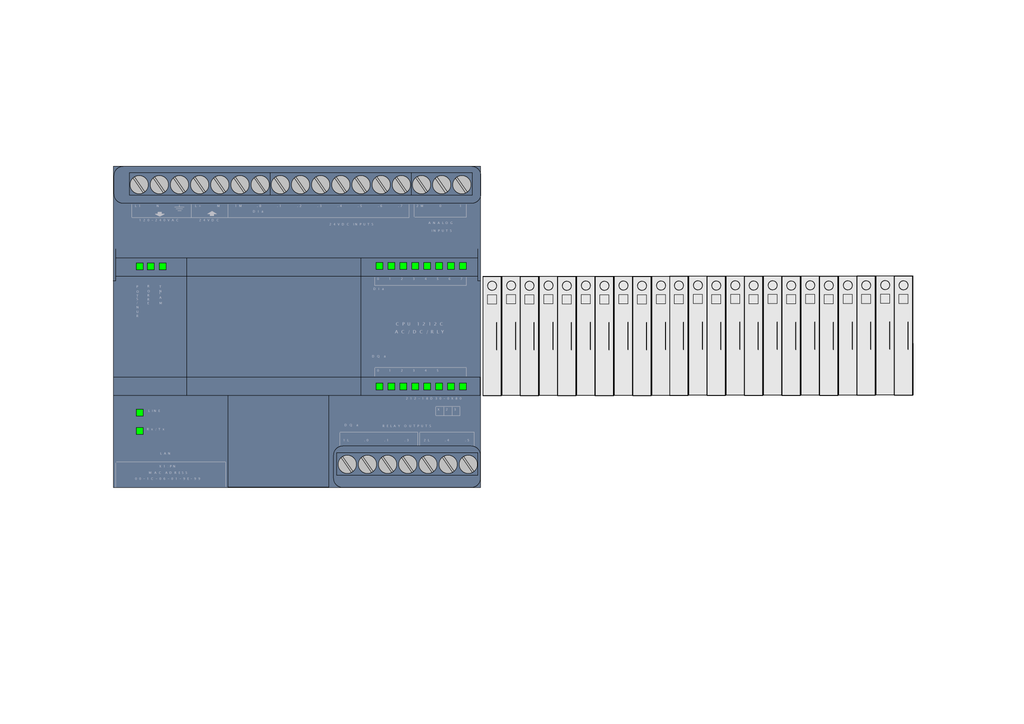
<source format=kicad_sch>
(kicad_sch (version 20211123) (generator eeschema)
  (paper "A4")
  (title_block (title "Elektrická inštalaácia") (company "SPSJM") (comment 1 "Matej Mojžiš"))
  (lib_symbols)
  (image (at 148.59 101.6) (scale 0.785157))
)
</source>
